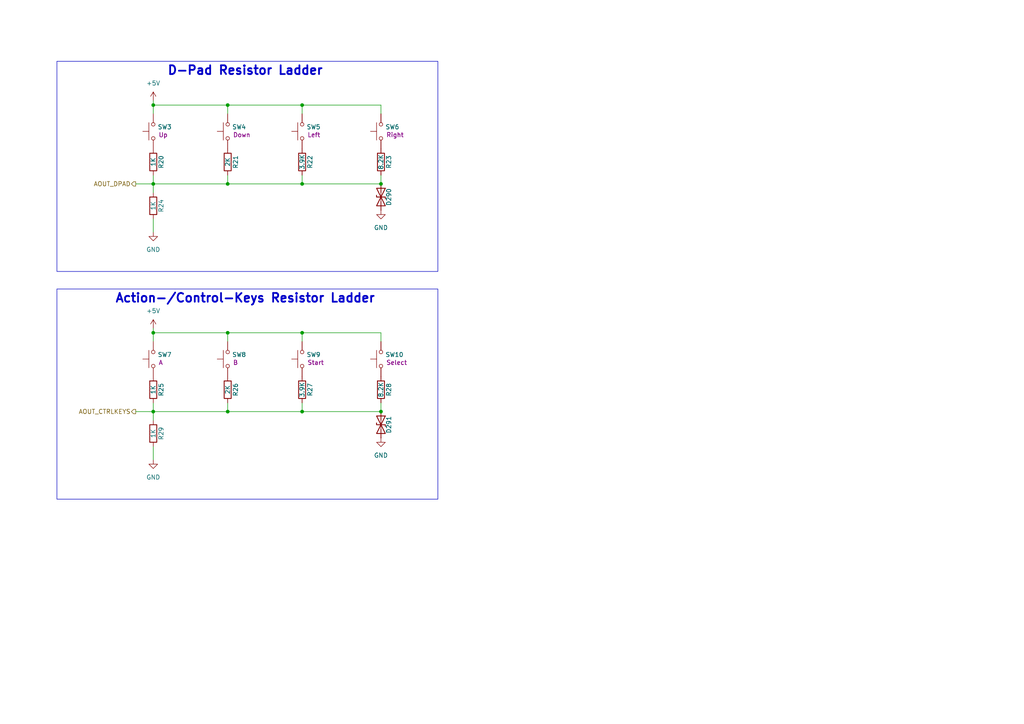
<source format=kicad_sch>
(kicad_sch (version 20250114) (generator "eeschema") (generator_version "9.0")
  (paper "A4")
  (lib_symbols
    (symbol "Device:D_TVS" (pin_numbers (hide yes)) (pin_names (offset 1.016) (hide yes))
      (property "Reference" "D" (at 0 2.54 0))
      (property "Value" "D_TVS" (at 0 -2.54 0))
      (symbol "D_TVS_0_1"
        (polyline (pts (xy -2.54 1.27) (xy -2.54 -1.27) (xy 2.54 1.27) (xy 2.54 -1.27) (xy -2.54 1.27)) (stroke (width 0.254)))
        (polyline (pts (xy 0.508 1.27) (xy 0 1.27) (xy 0 -1.27) (xy -0.508 -1.27)) (stroke (width 0.254)))
        (polyline (pts (xy 1.27 0) (xy -1.27 0)))
      )
      (symbol "D_TVS_1_1"
        (pin passive line (at -3.81 0 0) (length 2.54) (name "A1") (number "1"))
        (pin passive line (at 3.81 0 180) (length 2.54) (name "A2") (number "2"))
      )
    )
    (symbol "Device:R" (pin_numbers (hide yes)) (pin_names (offset 0))
      (property "Reference" "R" (at 2.032 0 90))
      (property "Value" "R" (at 0 0 90))
      (symbol "R_0_1"
        (rectangle (start -1.016 -2.54) (end 1.016 2.54) (stroke (width 0.254)))
      )
      (symbol "R_1_1"
        (pin passive line (at 0 3.81 270) (length 1.27) (name "~") (number "1"))
        (pin passive line (at 0 -3.81 90) (length 1.27) (name "~") (number "2"))
      )
    )
    (symbol "Switch:SW_Push" (pin_numbers (hide yes)) (pin_names (offset 1.016) (hide yes))
      (property "Reference" "SW" (at 1.27 2.54 0))
      (property "Value" "SW_Push" (at 0 -1.524 0))
      (symbol "SW_Push_0_1"
        (circle (center -2.032 0) (radius 0.508))
        (polyline (pts (xy 0 1.27) (xy 0 3.048)))
        (circle (center 2.032 0) (radius 0.508))
        (polyline (pts (xy 2.54 1.27) (xy -2.54 1.27)))
        (pin passive line (at -5.08 0 0) (length 2.54) (name "1") (number "1"))
        (pin passive line (at 5.08 0 180) (length 2.54) (name "2") (number "2"))
      )
    )
    (symbol "power:+5V" (power) (pin_numbers (hide yes)) (pin_names (offset 0) (hide yes))
      (property "Value" "+5V" (at 0 3.556 0))
      (symbol "+5V_0_1"
        (polyline (pts (xy -0.762 1.27) (xy 0 2.54)))
        (polyline (pts (xy 0 2.54) (xy 0.762 1.27)))
        (polyline (pts (xy 0 0) (xy 0 2.54)))
      )
      (symbol "+5V_1_1"
        (pin power_in line (at 0 0 90) (length 0) (name "~") (number "1"))
      )
    )
    (symbol "power:GND" (power) (pin_numbers (hide yes)) (pin_names (offset 0) (hide yes))
      (property "Value" "GND" (at 0 -3.81 0))
      (symbol "GND_0_1"
        (polyline (pts (xy 0 0) (xy 0 -1.27) (xy 1.27 -1.27) (xy 0 -2.54) (xy -1.27 -1.27) (xy 0 -1.27)))
      )
      (symbol "GND_1_1"
        (pin power_in line (at 0 0 270) (length 0) (name "~") (number "1"))
      )
    )
  )
  (rectangle (start 16.51 83.82) (end 127 144.78))
  (rectangle (start 16.51 17.78) (end 127 78.74))
  (text "D-Pad Resistor Ladder" (at 71.12 20.574 0) (effects (font (size 2.54 2.54) (thickness 0.508) (bold yes))))
  (text "Action-/Control-Keys Resistor Ladder" (at 71.12 86.614 0) (effects (font (size 2.54 2.54) (thickness 0.508) (bold yes))))
  (junction (at 87.63 53.34))
  (junction (at 87.63 96.52))
  (junction (at 87.63 119.38))
  (junction (at 66.04 119.38))
  (junction (at 44.45 53.34))
  (junction (at 44.45 30.48))
  (junction (at 44.45 96.52))
  (junction (at 44.45 119.38))
  (junction (at 110.49 53.34))
  (junction (at 110.49 119.38))
  (junction (at 87.63 30.48))
  (junction (at 66.04 96.52))
  (junction (at 66.04 30.48))
  (junction (at 66.04 53.34))
  (wire (pts (xy 44.45 30.48) (xy 66.04 30.48)))
  (wire (pts (xy 44.45 96.52) (xy 44.45 99.06)))
  (wire (pts (xy 87.63 30.48) (xy 87.63 33.02)))
  (wire (pts (xy 44.45 30.48) (xy 44.45 33.02)))
  (wire (pts (xy 87.63 116.84) (xy 87.63 119.38)))
  (wire (pts (xy 110.49 53.34) (xy 110.49 50.8)))
  (wire (pts (xy 44.45 53.34) (xy 66.04 53.34)))
  (wire (pts (xy 110.49 96.52) (xy 110.49 99.06)))
  (wire (pts (xy 87.63 53.34) (xy 110.49 53.34)))
  (wire (pts (xy 44.45 63.5) (xy 44.45 67.31)))
  (wire (pts (xy 44.45 53.34) (xy 44.45 55.88)))
  (wire (pts (xy 44.45 116.84) (xy 44.45 119.38)))
  (wire (pts (xy 66.04 30.48) (xy 66.04 33.02)))
  (wire (pts (xy 66.04 53.34) (xy 87.63 53.34)))
  (wire (pts (xy 66.04 96.52) (xy 87.63 96.52)))
  (wire (pts (xy 44.45 119.38) (xy 66.04 119.38)))
  (wire (pts (xy 87.63 119.38) (xy 110.49 119.38)))
  (wire (pts (xy 87.63 96.52) (xy 87.63 99.06)))
  (wire (pts (xy 39.37 119.38) (xy 44.45 119.38)))
  (wire (pts (xy 110.49 119.38) (xy 110.49 116.84)))
  (wire (pts (xy 44.45 96.52) (xy 66.04 96.52)))
  (wire (pts (xy 66.04 96.52) (xy 66.04 99.06)))
  (wire (pts (xy 66.04 30.48) (xy 87.63 30.48)))
  (wire (pts (xy 110.49 30.48) (xy 110.49 33.02)))
  (wire (pts (xy 44.45 119.38) (xy 44.45 121.92)))
  (wire (pts (xy 39.37 53.34) (xy 44.45 53.34)))
  (wire (pts (xy 87.63 30.48) (xy 110.49 30.48)))
  (wire (pts (xy 66.04 50.8) (xy 66.04 53.34)))
  (wire (pts (xy 87.63 50.8) (xy 87.63 53.34)))
  (wire (pts (xy 44.45 129.54) (xy 44.45 133.35)))
  (wire (pts (xy 87.63 96.52) (xy 110.49 96.52)))
  (wire (pts (xy 44.45 50.8) (xy 44.45 53.34)))
  (wire (pts (xy 44.45 29.21) (xy 44.45 30.48)))
  (wire (pts (xy 66.04 119.38) (xy 87.63 119.38)))
  (wire (pts (xy 66.04 116.84) (xy 66.04 119.38)))
  (wire (pts (xy 44.45 95.25) (xy 44.45 96.52)))
  (hierarchical_label "AOUT_CTRLKEYS" (shape output) (at 39.37 119.38 180))
  (hierarchical_label "AOUT_DPAD" (shape output) (at 39.37 53.34 180))
  (symbol (lib_id "Device:R") (at 66.04 113.03 0) (unit 1)
    (property "Reference" "R26" (at 68.326 113.03 90))
    (property "Value" "2K" (at 66.04 113.03 90))
    (property "Footprint" "Resistor_SMD:R_0402_1005Metric" (effects (hide yes)))
    (property "Datasheet" "https://jlcpcb.com/api/file/downloadByFileSystemAccessId/8579707948863373312" (effects (hide yes)))
    (property "Description" "Resistor" (effects (hide yes)))
    (property "LCSC" "C4109" (effects (hide yes)))
  )
  (symbol (lib_id "Device:R") (at 44.45 46.99 0) (unit 1)
    (property "Reference" "R20" (at 46.736 46.99 90))
    (property "Value" "1K" (at 44.45 46.99 90))
    (property "Footprint" "Resistor_SMD:R_0402_1005Metric" (effects (hide yes)))
    (property "Datasheet" "https://jlcpcb.com/api/file/downloadByFileSystemAccessId/8579705924167974912" (effects (hide yes)))
    (property "Description" "Resistor" (effects (hide yes)))
    (property "LCSC" "C11702" (effects (hide yes)))
  )
  (symbol (lib_id "power:GND") (at 44.45 133.35 0) (unit 1)
    (property "Reference" "#PWR052" (effects (hide yes)))
    (property "Value" "GND" (at 44.45 138.43 0))
    (property "Description" "Power symbol creates a global label with name \"GND\" , ground" (effects (hide yes)))
  )
  (symbol (lib_id "power:GND") (at 44.45 67.31 0) (unit 1)
    (property "Reference" "#PWR050" (effects (hide yes)))
    (property "Value" "GND" (at 44.45 72.39 0))
    (property "Description" "Power symbol creates a global label with name \"GND\" , ground" (effects (hide yes)))
  )
  (symbol (lib_id "Device:R") (at 44.45 59.69 0) (unit 1)
    (property "Reference" "R24" (at 46.736 59.69 90))
    (property "Value" "1K" (at 44.45 59.69 90))
    (property "Footprint" "Resistor_SMD:R_0402_1005Metric" (effects (hide yes)))
    (property "Datasheet" "https://jlcpcb.com/api/file/downloadByFileSystemAccessId/8579705924167974912" (effects (hide yes)))
    (property "Description" "Resistor" (effects (hide yes)))
    (property "LCSC" "C11702" (effects (hide yes)))
  )
  (symbol (lib_id "Device:R") (at 110.49 46.99 0) (unit 1)
    (property "Reference" "R23" (at 112.776 46.99 90))
    (property "Value" "8.2K" (at 110.49 46.99 90))
    (property "Footprint" "Resistor_SMD:R_0603_1608Metric" (effects (hide yes)))
    (property "Datasheet" "https://jlcpcb.com/api/file/downloadByFileSystemAccessId/8579706373027909632" (effects (hide yes)))
    (property "Description" "Resistor" (effects (hide yes)))
    (property "LCSC" "C25981" (effects (hide yes)))
  )
  (symbol (lib_id "Device:D_TVS") (at 110.49 57.15 270) (unit 1)
    (property "Reference" "D290" (at 112.776 57.15 0))
    (property "Value" "D_TVS" (effects (hide yes)))
    (property "Footprint" "custom:DFN0603-2L-BI" (effects (hide yes)))
    (property "Datasheet" "https://jlcpcb.com/api/file/downloadByFileSystemAccessId/8564879078034325504" (effects (hide yes)))
    (property "Description" "Bidirectional transient-voltage-suppression diode" (effects (hide yes)))
  )
  (symbol (lib_id "Device:D_TVS") (at 110.49 123.19 270) (unit 1)
    (property "Reference" "D291" (at 112.776 123.19 0))
    (property "Value" "D_TVS" (effects (hide yes)))
    (property "Footprint" "custom:DFN0603-2L-BI" (effects (hide yes)))
    (property "Datasheet" "https://jlcpcb.com/api/file/downloadByFileSystemAccessId/8564879078034325504" (effects (hide yes)))
    (property "Description" "Bidirectional transient-voltage-suppression diode" (effects (hide yes)))
  )
  (symbol (lib_id "power:+5V") (at 44.45 95.25 0) (unit 1)
    (property "Reference" "#PWR051" (effects (hide yes)))
    (property "Value" "+5V" (at 44.45 90.17 0))
    (property "Description" "Power symbol creates a global label with name \"+5V\"" (effects (hide yes)))
  )
  (symbol (lib_id "Switch:SW_Push") (at 44.45 104.14 90) (unit 1)
    (property "Reference" "SW7" (at 45.72 102.8699 90) (effects (justify right)))
    (property "Value" "SW_Push" (effects (hide yes)))
    (property "Footprint" "custom:SW-SMD_4P-L5.1-W5.1-P3.70-LS6.5-TL_H1.5" (effects (hide yes)))
    (property "Datasheet" "https://jlcpcb.com/api/file/downloadByFileSystemAccessId/8550724022091735041" (effects (hide yes)))
    (property "Description" "A" (at 45.974 105.156 90) (effects (justify right)))
    (property "LCSC" "C318884" (effects (hide yes)))
  )
  (symbol (lib_id "Device:R") (at 87.63 113.03 0) (unit 1)
    (property "Reference" "R27" (at 89.916 113.03 90))
    (property "Value" "3.9K" (at 87.63 113.03 90))
    (property "Footprint" "Resistor_SMD:R_0603_1608Metric" (effects (hide yes)))
    (property "Datasheet" "https://jlcpcb.com/api/file/downloadByFileSystemAccessId/8579706203532300288" (effects (hide yes)))
    (property "Description" "Resistor" (effects (hide yes)))
    (property "LCSC" "C23018" (effects (hide yes)))
  )
  (symbol (lib_id "power:GND") (at 110.49 60.96 0) (unit 1)
    (property "Reference" "#PWR063" (effects (hide yes)))
    (property "Value" "GND" (at 110.49 66.04 0))
    (property "Description" "Power symbol creates a global label with name \"GND\" , ground" (effects (hide yes)))
  )
  (symbol (lib_id "Device:R") (at 110.49 113.03 0) (unit 1)
    (property "Reference" "R28" (at 112.776 113.03 90))
    (property "Value" "8.2K" (at 110.49 113.03 90))
    (property "Footprint" "Resistor_SMD:R_0603_1608Metric" (effects (hide yes)))
    (property "Datasheet" "https://jlcpcb.com/api/file/downloadByFileSystemAccessId/8579706373027909632" (effects (hide yes)))
    (property "Description" "Resistor" (effects (hide yes)))
    (property "LCSC" "C25981" (effects (hide yes)))
  )
  (symbol (lib_id "Switch:SW_Push") (at 66.04 104.14 90) (unit 1)
    (property "Reference" "SW8" (at 67.31 102.8699 90) (effects (justify right)))
    (property "Value" "SW_Push" (effects (hide yes)))
    (property "Footprint" "custom:SW-SMD_4P-L5.1-W5.1-P3.70-LS6.5-TL_H1.5" (effects (hide yes)))
    (property "Datasheet" "https://jlcpcb.com/api/file/downloadByFileSystemAccessId/8550724022091735041" (effects (hide yes)))
    (property "Description" "B" (at 67.564 105.156 90) (effects (justify right)))
    (property "LCSC" "C318884" (effects (hide yes)))
  )
  (symbol (lib_id "Switch:SW_Push") (at 110.49 104.14 90) (unit 1)
    (property "Reference" "SW10" (at 111.76 102.8699 90) (effects (justify right)))
    (property "Value" "SW_Push" (effects (hide yes)))
    (property "Footprint" "custom:SW-SMD_4P-L5.1-W5.1-P3.70-LS6.5-TL_H1.5" (effects (hide yes)))
    (property "Datasheet" "https://jlcpcb.com/api/file/downloadByFileSystemAccessId/8550724022091735041" (effects (hide yes)))
    (property "Description" "Select" (at 112.014 105.156 90) (effects (justify right)))
    (property "LCSC" "C318884" (effects (hide yes)))
  )
  (symbol (lib_id "Device:R") (at 87.63 46.99 0) (unit 1)
    (property "Reference" "R22" (at 89.916 46.99 90))
    (property "Value" "3.9K" (at 87.63 46.99 90))
    (property "Footprint" "Resistor_SMD:R_0603_1608Metric" (effects (hide yes)))
    (property "Datasheet" "https://jlcpcb.com/api/file/downloadByFileSystemAccessId/8579706203532300288" (effects (hide yes)))
    (property "Description" "Resistor" (effects (hide yes)))
    (property "LCSC" "C23018" (effects (hide yes)))
  )
  (symbol (lib_id "Switch:SW_Push") (at 87.63 104.14 90) (unit 1)
    (property "Reference" "SW9" (at 88.9 102.8699 90) (effects (justify right)))
    (property "Value" "SW_Push" (effects (hide yes)))
    (property "Footprint" "custom:SW-SMD_4P-L5.1-W5.1-P3.70-LS6.5-TL_H1.5" (effects (hide yes)))
    (property "Datasheet" "https://jlcpcb.com/api/file/downloadByFileSystemAccessId/8550724022091735041" (effects (hide yes)))
    (property "Description" "Start" (at 89.154 105.156 90) (effects (justify right)))
    (property "LCSC" "C318884" (effects (hide yes)))
  )
  (symbol (lib_id "power:GND") (at 110.49 127 0) (unit 1)
    (property "Reference" "#PWR064" (effects (hide yes)))
    (property "Value" "GND" (at 110.49 132.08 0))
    (property "Description" "Power symbol creates a global label with name \"GND\" , ground" (effects (hide yes)))
  )
  (symbol (lib_id "Device:R") (at 44.45 113.03 0) (unit 1)
    (property "Reference" "R25" (at 46.736 113.03 90))
    (property "Value" "1K" (at 44.45 113.03 90))
    (property "Footprint" "Resistor_SMD:R_0402_1005Metric" (effects (hide yes)))
    (property "Datasheet" "https://jlcpcb.com/api/file/downloadByFileSystemAccessId/8579705924167974912" (effects (hide yes)))
    (property "Description" "Resistor" (effects (hide yes)))
    (property "LCSC" "C11702" (effects (hide yes)))
  )
  (symbol (lib_id "Switch:SW_Push") (at 66.04 38.1 90) (unit 1)
    (property "Reference" "SW4" (at 67.31 36.8299 90) (effects (justify right)))
    (property "Value" "SW_Push" (effects (hide yes)))
    (property "Footprint" "custom:SW-SMD_4P-L5.1-W5.1-P3.70-LS6.5-TL_H1.5" (effects (hide yes)))
    (property "Datasheet" "https://jlcpcb.com/api/file/downloadByFileSystemAccessId/8550724022091735041" (effects (hide yes)))
    (property "Description" "Down" (at 67.564 39.116 90) (effects (justify right)))
    (property "LCSC" "C318884" (effects (hide yes)))
  )
  (symbol (lib_id "Switch:SW_Push") (at 87.63 38.1 90) (unit 1)
    (property "Reference" "SW5" (at 88.9 36.8299 90) (effects (justify right)))
    (property "Value" "SW_Push" (effects (hide yes)))
    (property "Footprint" "custom:SW-SMD_4P-L5.1-W5.1-P3.70-LS6.5-TL_H1.5" (effects (hide yes)))
    (property "Datasheet" "https://jlcpcb.com/api/file/downloadByFileSystemAccessId/8550724022091735041" (effects (hide yes)))
    (property "Description" "Left" (at 89.154 39.116 90) (effects (justify right)))
    (property "LCSC" "C318884" (effects (hide yes)))
  )
  (symbol (lib_id "Device:R") (at 66.04 46.99 0) (unit 1)
    (property "Reference" "R21" (at 68.326 46.99 90))
    (property "Value" "2K" (at 66.04 46.99 90))
    (property "Footprint" "Resistor_SMD:R_0402_1005Metric" (effects (hide yes)))
    (property "Datasheet" "https://jlcpcb.com/api/file/downloadByFileSystemAccessId/8579707948863373312" (effects (hide yes)))
    (property "Description" "Resistor" (effects (hide yes)))
    (property "LCSC" "C4109" (effects (hide yes)))
  )
  (symbol (lib_id "Device:R") (at 44.45 125.73 0) (unit 1)
    (property "Reference" "R29" (at 46.736 125.73 90))
    (property "Value" "1K" (at 44.45 125.73 90))
    (property "Footprint" "Resistor_SMD:R_0402_1005Metric" (effects (hide yes)))
    (property "Datasheet" "https://jlcpcb.com/api/file/downloadByFileSystemAccessId/8579705924167974912" (effects (hide yes)))
    (property "Description" "Resistor" (effects (hide yes)))
    (property "LCSC" "C11702" (effects (hide yes)))
  )
  (symbol (lib_id "Switch:SW_Push") (at 44.45 38.1 90) (unit 1)
    (property "Reference" "SW3" (at 45.72 36.8299 90) (effects (justify right)))
    (property "Value" "SW_Push" (effects (hide yes)))
    (property "Footprint" "custom:SW-SMD_4P-L5.1-W5.1-P3.70-LS6.5-TL_H1.5" (effects (hide yes)))
    (property "Datasheet" "https://jlcpcb.com/api/file/downloadByFileSystemAccessId/8550724022091735041" (effects (hide yes)))
    (property "Description" "Up" (at 45.974 39.116 90) (effects (justify right)))
    (property "LCSC" "C318884" (effects (hide yes)))
  )
  (symbol (lib_id "Switch:SW_Push") (at 110.49 38.1 90) (unit 1)
    (property "Reference" "SW6" (at 111.76 36.8299 90) (effects (justify right)))
    (property "Value" "SW_Push" (effects (hide yes)))
    (property "Footprint" "custom:SW-SMD_4P-L5.1-W5.1-P3.70-LS6.5-TL_H1.5" (effects (hide yes)))
    (property "Datasheet" "https://jlcpcb.com/api/file/downloadByFileSystemAccessId/8550724022091735041" (effects (hide yes)))
    (property "Description" "Right" (at 112.014 39.116 90) (effects (justify right)))
    (property "LCSC" "C318884" (effects (hide yes)))
  )
  (symbol (lib_id "power:+5V") (at 44.45 29.21 0) (unit 1)
    (property "Reference" "#PWR049" (effects (hide yes)))
    (property "Value" "+5V" (at 44.45 24.13 0))
    (property "Description" "Power symbol creates a global label with name \"+5V\"" (effects (hide yes)))
  )
)
</source>
